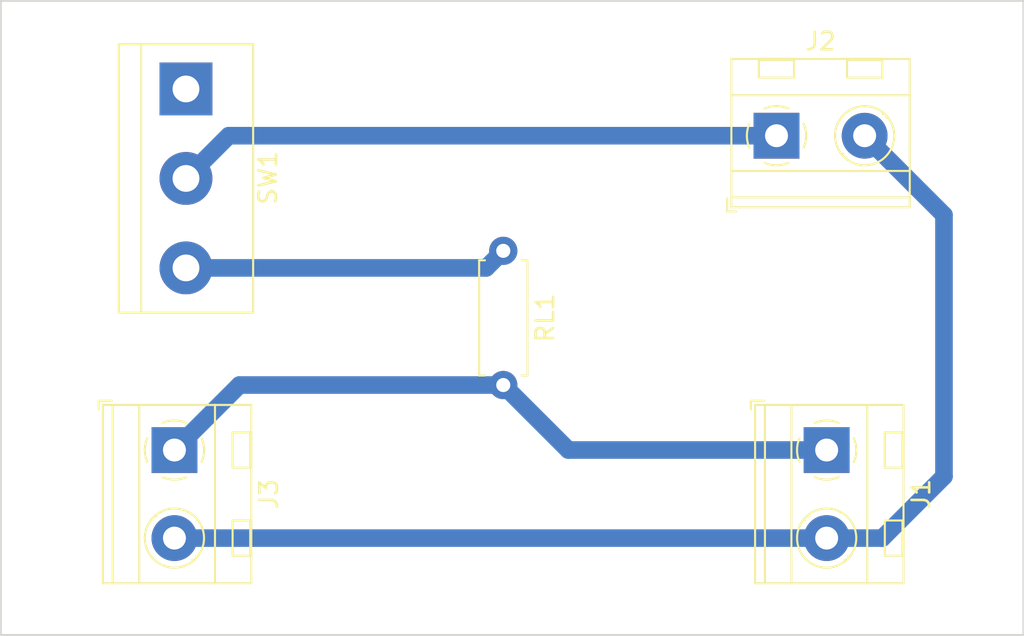
<source format=kicad_pcb>
(kicad_pcb (version 20240108) (generator "pcbnew") (generator_version "8.0")
  (layers (0 "F.Cu" signal) (31 "B.Cu" signal) (34 "B.Paste" user) (35 "F.Paste" user) (36 "B.SilkS" user "B.Silkscreen") (37 "F.SilkS" user "F.Silkscreen") (38 "B.Mask" user) (39 "F.Mask" user) (44 "Edge.Cuts" user))
  (net 0 "")
  (net 1 "GND")
  (net 2 "Net-(SW1-A)")
  (net 3 "Net-(J1-Pin_1)")
  (net 4 "VCC")
  (footprint "TerminalBlock_MetzConnect:TerminalBlock_MetzConnect_Type094_RT03502HBLU_1x02_P5.00mm_Horizontal" (layer "F.Cu") (at 96.845 49.5 -90)
    (property "Reference" "J1" (at 2.5 -5.36 90) (layer "F.SilkS"))
    (property "Value" "OUT_LED2")
    (fp_line (start -2.8 4.3) (end -2.3 4.3) (stroke (width 0.12)) (layer "F.SilkS"))
    (fp_line (start -2.56 4.06) (end 7.56 4.06) (stroke (width 0.12)) (layer "F.SilkS"))
    (fp_line (start -2.8 3.56) (end -2.8 4.3) (stroke (width 0.12)) (layer "F.SilkS"))
    (fp_line (start -2.56 3.5) (end 7.56 3.5) (stroke (width 0.12)) (layer "F.SilkS"))
    (fp_line (start -2.56 2) (end 7.56 2) (stroke (width 0.12)) (layer "F.SilkS"))
    (fp_line (start 3.966 1.239) (end 3.931 1.274) (stroke (width 0.12)) (layer "F.SilkS"))
    (fp_line (start 3.773 1.023) (end 3.726 1.069) (stroke (width 0.12)) (layer "F.SilkS"))
    (fp_line (start 6.275 -1.069) (end 6.228 -1.023) (stroke (width 0.12)) (layer "F.SilkS"))
    (fp_line (start 6.07 -1.275) (end 6.035 -1.239) (stroke (width 0.12)) (layer "F.SilkS"))
    (fp_line (start -2.56 -2.301) (end 7.56 -2.301) (stroke (width 0.12)) (layer "F.SilkS"))
    (fp_line (start -1 -3.3) (end 1 -3.3) (stroke (width 0.12)) (layer "F.SilkS"))
    (fp_line (start 4 -3.3) (end 6 -3.3) (stroke (width 0.12)) (layer "F.SilkS"))
    (fp_line (start -1 -4.3) (end -1 -3.3) (stroke (width 0.12)) (layer "F.SilkS"))
    (fp_line (start -1 -4.3) (end 1 -4.3) (stroke (width 0.12)) (layer "F.SilkS"))
    (fp_line (start 1 -4.3) (end 1 -3.3) (stroke (width 0.12)) (layer "F.SilkS"))
    (fp_line (start 4 -4.3) (end 4 -3.3) (stroke (width 0.12)) (layer "F.SilkS"))
    (fp_line (start 4 -4.3) (end 6 -4.3) (stroke (width 0.12)) (layer "F.SilkS"))
    (fp_line (start 6 -4.3) (end 6 -3.3) (stroke (width 0.12)) (layer "F.SilkS"))
    (fp_line (start -2.56 -4.36) (end -2.56 4.06) (stroke (width 0.12)) (layer "F.SilkS"))
    (fp_line (start -2.56 -4.36) (end 7.56 -4.36) (stroke (width 0.12)) (layer "F.SilkS"))
    (fp_line (start 7.56 -4.36) (end 7.56 4.06) (stroke (width 0.12)) (layer "F.SilkS"))
    (fp_arc (start 0.028805 1.680253) (mid -0.335551 1.646659) (end -0.684 1.535) (stroke (width 0.12)) (layer "F.SilkS"))
    (fp_arc (start 0.683318 1.534756) (mid 0.349292 1.643288) (end 0 1.68) (stroke (width 0.12)) (layer "F.SilkS"))
    (fp_arc (start -1.535427 0.683042) (mid -1.680501 -0.000524) (end -1.535 -0.684) (stroke (width 0.12)) (layer "F.SilkS"))
    (fp_arc (start 1.535427 -0.683042) (mid 1.680501 0.000524) (end 1.535 0.684) (stroke (width 0.12)) (layer "F.SilkS"))
    (fp_arc (start -0.683042 -1.535427) (mid 0.000524 -1.680501) (end 0.684 -1.535) (stroke (width 0.12)) (layer "F.SilkS"))
    (fp_circle (center 5 0) (end 6.68 0) (stroke (width 0.12)) (fill none) (layer "F.SilkS"))
    (pad "1" thru_hole rect (at 0 0 270) (size 2.6 2.6) (drill 1.3) (layers "*.Cu" "*.Mask" "In1.Cu" "In2.Cu" "In3.Cu" "In4.Cu" "In5.Cu" "In6.Cu" "In7.Cu" "In8.Cu" "In9.Cu" "In10.Cu" "In11.Cu" "In12.Cu" "In13.Cu" "In14.Cu" "In15.Cu" "In16.Cu" "In17.Cu" "In18.Cu" "In19.Cu" "In20.Cu" "In21.Cu" "In22.Cu" "In23.Cu" "In24.Cu" "In25.Cu" "In26.Cu" "In27.Cu" "In28.Cu" "In29.Cu" "In30.Cu") (net 3 "Net-(J1-Pin_1)"))
    (pad "2" thru_hole circle (at 5 0 270) (size 2.6 2.6) (drill 1.3) (layers "*.Cu" "*.Mask" "In1.Cu" "In2.Cu" "In3.Cu" "In4.Cu" "In5.Cu" "In6.Cu" "In7.Cu" "In8.Cu" "In9.Cu" "In10.Cu" "In11.Cu" "In12.Cu" "In13.Cu" "In14.Cu" "In15.Cu" "In16.Cu" "In17.Cu" "In18.Cu" "In19.Cu" "In20.Cu" "In21.Cu" "In22.Cu" "In23.Cu" "In24.Cu" "In25.Cu" "In26.Cu" "In27.Cu" "In28.Cu" "In29.Cu" "In30.Cu") (net 1 "GND"))
  )
  (footprint "Resistor_THT:R_Axial_DIN0207_L6.3mm_D2.5mm_P7.62mm_Horizontal" (layer "F.Cu") (at 78.5 38.19 -90)
    (property "Reference" "RL1" (at 3.81 -2.37 90) (layer "F.SilkS"))
    (property "Value" "100")
    (fp_line (start 0.54 1.37) (end 7.08 1.37) (stroke (width 0.12)) (layer "F.SilkS"))
    (fp_line (start 7.08 1.37) (end 7.08 1.04) (stroke (width 0.12)) (layer "F.SilkS"))
    (fp_line (start 0.54 1.04) (end 0.54 1.37) (stroke (width 0.12)) (layer "F.SilkS"))
    (fp_line (start 0.54 -1.04) (end 0.54 -1.37) (stroke (width 0.12)) (layer "F.SilkS"))
    (fp_line (start 0.54 -1.37) (end 7.08 -1.37) (stroke (width 0.12)) (layer "F.SilkS"))
    (fp_line (start 7.08 -1.37) (end 7.08 -1.04) (stroke (width 0.12)) (layer "F.SilkS"))
    (pad "1" thru_hole circle (at 0 0 270) (size 1.6 1.6) (drill 0.8) (layers "*.Cu" "*.Mask" "In1.Cu" "In2.Cu" "In3.Cu" "In4.Cu" "In5.Cu" "In6.Cu" "In7.Cu" "In8.Cu" "In9.Cu" "In10.Cu" "In11.Cu" "In12.Cu" "In13.Cu" "In14.Cu" "In15.Cu" "In16.Cu" "In17.Cu" "In18.Cu" "In19.Cu" "In20.Cu" "In21.Cu" "In22.Cu" "In23.Cu" "In24.Cu" "In25.Cu" "In26.Cu" "In27.Cu" "In28.Cu" "In29.Cu" "In30.Cu") (net 2 "Net-(SW1-A)"))
    (pad "2" thru_hole oval (at 7.62 0 270) (size 1.6 1.6) (drill 0.8) (layers "*.Cu" "*.Mask" "In1.Cu" "In2.Cu" "In3.Cu" "In4.Cu" "In5.Cu" "In6.Cu" "In7.Cu" "In8.Cu" "In9.Cu" "In10.Cu" "In11.Cu" "In12.Cu" "In13.Cu" "In14.Cu" "In15.Cu" "In16.Cu" "In17.Cu" "In18.Cu" "In19.Cu" "In20.Cu" "In21.Cu" "In22.Cu" "In23.Cu" "In24.Cu" "In25.Cu" "In26.Cu" "In27.Cu" "In28.Cu" "In29.Cu" "In30.Cu") (net 3 "Net-(J1-Pin_1)"))
  )
  (footprint "TerminalBlock_MetzConnect:TerminalBlock_MetzConnect_Type094_RT03502HBLU_1x02_P5.00mm_Horizontal" (layer "F.Cu") (at 59.845 49.5 -90)
    (property "Reference" "J3" (at 2.5 -5.36 90) (layer "F.SilkS"))
    (property "Value" "OUT_LED1")
    (fp_line (start -2.8 4.3) (end -2.3 4.3) (stroke (width 0.12)) (layer "F.SilkS"))
    (fp_line (start -2.56 4.06) (end 7.56 4.06) (stroke (width 0.12)) (layer "F.SilkS"))
    (fp_line (start -2.8 3.56) (end -2.8 4.3) (stroke (width 0.12)) (layer "F.SilkS"))
    (fp_line (start -2.56 3.5) (end 7.56 3.5) (stroke (width 0.12)) (layer "F.SilkS"))
    (fp_line (start -2.56 2) (end 7.56 2) (stroke (width 0.12)) (layer "F.SilkS"))
    (fp_line (start 3.966 1.239) (end 3.931 1.274) (stroke (width 0.12)) (layer "F.SilkS"))
    (fp_line (start 3.773 1.023) (end 3.726 1.069) (stroke (width 0.12)) (layer "F.SilkS"))
    (fp_line (start 6.275 -1.069) (end 6.228 -1.023) (stroke (width 0.12)) (layer "F.SilkS"))
    (fp_line (start 6.07 -1.275) (end 6.035 -1.239) (stroke (width 0.12)) (layer "F.SilkS"))
    (fp_line (start -2.56 -2.301) (end 7.56 -2.301) (stroke (width 0.12)) (layer "F.SilkS"))
    (fp_line (start -1 -3.3) (end 1 -3.3) (stroke (width 0.12)) (layer "F.SilkS"))
    (fp_line (start 4 -3.3) (end 6 -3.3) (stroke (width 0.12)) (layer "F.SilkS"))
    (fp_line (start -1 -4.3) (end -1 -3.3) (stroke (width 0.12)) (layer "F.SilkS"))
    (fp_line (start -1 -4.3) (end 1 -4.3) (stroke (width 0.12)) (layer "F.SilkS"))
    (fp_line (start 1 -4.3) (end 1 -3.3) (stroke (width 0.12)) (layer "F.SilkS"))
    (fp_line (start 4 -4.3) (end 4 -3.3) (stroke (width 0.12)) (layer "F.SilkS"))
    (fp_line (start 4 -4.3) (end 6 -4.3) (stroke (width 0.12)) (layer "F.SilkS"))
    (fp_line (start 6 -4.3) (end 6 -3.3) (stroke (width 0.12)) (layer "F.SilkS"))
    (fp_line (start -2.56 -4.36) (end -2.56 4.06) (stroke (width 0.12)) (layer "F.SilkS"))
    (fp_line (start -2.56 -4.36) (end 7.56 -4.36) (stroke (width 0.12)) (layer "F.SilkS"))
    (fp_line (start 7.56 -4.36) (end 7.56 4.06) (stroke (width 0.12)) (layer "F.SilkS"))
    (fp_arc (start 0.028805 1.680253) (mid -0.335551 1.646659) (end -0.684 1.535) (stroke (width 0.12)) (layer "F.SilkS"))
    (fp_arc (start 0.683318 1.534756) (mid 0.349292 1.643288) (end 0 1.68) (stroke (width 0.12)) (layer "F.SilkS"))
    (fp_arc (start -1.535427 0.683042) (mid -1.680501 -0.000524) (end -1.535 -0.684) (stroke (width 0.12)) (layer "F.SilkS"))
    (fp_arc (start 1.535427 -0.683042) (mid 1.680501 0.000524) (end 1.535 0.684) (stroke (width 0.12)) (layer "F.SilkS"))
    (fp_arc (start -0.683042 -1.535427) (mid 0.000524 -1.680501) (end 0.684 -1.535) (stroke (width 0.12)) (layer "F.SilkS"))
    (fp_circle (center 5 0) (end 6.68 0) (stroke (width 0.12)) (fill none) (layer "F.SilkS"))
    (pad "1" thru_hole rect (at 0 0 270) (size 2.6 2.6) (drill 1.3) (layers "*.Cu" "*.Mask" "In1.Cu" "In2.Cu" "In3.Cu" "In4.Cu" "In5.Cu" "In6.Cu" "In7.Cu" "In8.Cu" "In9.Cu" "In10.Cu" "In11.Cu" "In12.Cu" "In13.Cu" "In14.Cu" "In15.Cu" "In16.Cu" "In17.Cu" "In18.Cu" "In19.Cu" "In20.Cu" "In21.Cu" "In22.Cu" "In23.Cu" "In24.Cu" "In25.Cu" "In26.Cu" "In27.Cu" "In28.Cu" "In29.Cu" "In30.Cu") (net 3 "Net-(J1-Pin_1)"))
    (pad "2" thru_hole circle (at 5 0 270) (size 2.6 2.6) (drill 1.3) (layers "*.Cu" "*.Mask" "In1.Cu" "In2.Cu" "In3.Cu" "In4.Cu" "In5.Cu" "In6.Cu" "In7.Cu" "In8.Cu" "In9.Cu" "In10.Cu" "In11.Cu" "In12.Cu" "In13.Cu" "In14.Cu" "In15.Cu" "In16.Cu" "In17.Cu" "In18.Cu" "In19.Cu" "In20.Cu" "In21.Cu" "In22.Cu" "In23.Cu" "In24.Cu" "In25.Cu" "In26.Cu" "In27.Cu" "In28.Cu" "In29.Cu" "In30.Cu") (net 1 "GND"))
  )
  (footprint "TerminalBlock:TerminalBlock_bornier-3_P5.08mm" (layer "F.Cu") (at 60.5 29 -90)
    (property "Reference" "SW1" (at 5.05 -4.65 90) (layer "F.SilkS"))
    (property "Value" "SW_SWITCH")
    (fp_line (start -2.54 3.81) (end 12.7 3.81) (stroke (width 0.12)) (layer "F.SilkS"))
    (fp_line (start -2.54 3.81) (end -2.54 -3.81) (stroke (width 0.12)) (layer "F.SilkS"))
    (fp_line (start 12.7 3.81) (end 12.7 -3.81) (stroke (width 0.12)) (layer "F.SilkS"))
    (fp_line (start -2.54 2.54) (end 12.7 2.54) (stroke (width 0.12)) (layer "F.SilkS"))
    (fp_line (start -2.54 -3.81) (end 12.7 -3.81) (stroke (width 0.12)) (layer "F.SilkS"))
    (pad "1" thru_hole rect (at 0 0 270) (size 3 3) (drill 1.52) (layers "*.Cu" "*.Mask" "In1.Cu" "In2.Cu" "In3.Cu" "In4.Cu" "In5.Cu" "In6.Cu" "In7.Cu" "In8.Cu" "In9.Cu" "In10.Cu" "In11.Cu" "In12.Cu" "In13.Cu" "In14.Cu" "In15.Cu" "In16.Cu" "In17.Cu" "In18.Cu" "In19.Cu" "In20.Cu" "In21.Cu" "In22.Cu" "In23.Cu" "In24.Cu" "In25.Cu" "In26.Cu" "In27.Cu" "In28.Cu" "In29.Cu" "In30.Cu"))
    (pad "2" thru_hole circle (at 5.08 0 270) (size 3 3) (drill 1.52) (layers "*.Cu" "*.Mask" "In1.Cu" "In2.Cu" "In3.Cu" "In4.Cu" "In5.Cu" "In6.Cu" "In7.Cu" "In8.Cu" "In9.Cu" "In10.Cu" "In11.Cu" "In12.Cu" "In13.Cu" "In14.Cu" "In15.Cu" "In16.Cu" "In17.Cu" "In18.Cu" "In19.Cu" "In20.Cu" "In21.Cu" "In22.Cu" "In23.Cu" "In24.Cu" "In25.Cu" "In26.Cu" "In27.Cu" "In28.Cu" "In29.Cu" "In30.Cu") (net 4 "VCC"))
    (pad "3" thru_hole circle (at 10.16 0 270) (size 3 3) (drill 1.52) (layers "*.Cu" "*.Mask" "In1.Cu" "In2.Cu" "In3.Cu" "In4.Cu" "In5.Cu" "In6.Cu" "In7.Cu" "In8.Cu" "In9.Cu" "In10.Cu" "In11.Cu" "In12.Cu" "In13.Cu" "In14.Cu" "In15.Cu" "In16.Cu" "In17.Cu" "In18.Cu" "In19.Cu" "In20.Cu" "In21.Cu" "In22.Cu" "In23.Cu" "In24.Cu" "In25.Cu" "In26.Cu" "In27.Cu" "In28.Cu" "In29.Cu" "In30.Cu") (net 2 "Net-(SW1-A)"))
  )
  (footprint "TerminalBlock_MetzConnect:TerminalBlock_MetzConnect_Type094_RT03502HBLU_1x02_P5.00mm_Horizontal" (layer "F.Cu") (at 94 31.655)
    (property "Reference" "J2" (at 2.5 -5.36 0) (layer "F.SilkS"))
    (property "Value" "SOURCE")
    (fp_line (start -2.8 3.56) (end -2.8 4.3) (stroke (width 0.12)) (layer "F.SilkS"))
    (fp_line (start -2.8 4.3) (end -2.3 4.3) (stroke (width 0.12)) (layer "F.SilkS"))
    (fp_line (start -2.56 -4.36) (end -2.56 4.06) (stroke (width 0.12)) (layer "F.SilkS"))
    (fp_line (start -2.56 -4.36) (end 7.56 -4.36) (stroke (width 0.12)) (layer "F.SilkS"))
    (fp_line (start -2.56 -2.301) (end 7.56 -2.301) (stroke (width 0.12)) (layer "F.SilkS"))
    (fp_line (start -2.56 2) (end 7.56 2) (stroke (width 0.12)) (layer "F.SilkS"))
    (fp_line (start -2.56 3.5) (end 7.56 3.5) (stroke (width 0.12)) (layer "F.SilkS"))
    (fp_line (start -2.56 4.06) (end 7.56 4.06) (stroke (width 0.12)) (layer "F.SilkS"))
    (fp_line (start -1 -4.3) (end -1 -3.3) (stroke (width 0.12)) (layer "F.SilkS"))
    (fp_line (start -1 -4.3) (end 1 -4.3) (stroke (width 0.12)) (layer "F.SilkS"))
    (fp_line (start -1 -3.3) (end 1 -3.3) (stroke (width 0.12)) (layer "F.SilkS"))
    (fp_line (start 1 -4.3) (end 1 -3.3) (stroke (width 0.12)) (layer "F.SilkS"))
    (fp_line (start 3.773 1.023) (end 3.726 1.069) (stroke (width 0.12)) (layer "F.SilkS"))
    (fp_line (start 3.966 1.239) (end 3.931 1.274) (stroke (width 0.12)) (layer "F.SilkS"))
    (fp_line (start 4 -4.3) (end 4 -3.3) (stroke (width 0.12)) (layer "F.SilkS"))
    (fp_line (start 4 -4.3) (end 6 -4.3) (stroke (width 0.12)) (layer "F.SilkS"))
    (fp_line (start 4 -3.3) (end 6 -3.3) (stroke (width 0.12)) (layer "F.SilkS"))
    (fp_line (start 6 -4.3) (end 6 -3.3) (stroke (width 0.12)) (layer "F.SilkS"))
    (fp_line (start 6.07 -1.275) (end 6.035 -1.239) (stroke (width 0.12)) (layer "F.SilkS"))
    (fp_line (start 6.275 -1.069) (end 6.228 -1.023) (stroke (width 0.12)) (layer "F.SilkS"))
    (fp_line (start 7.56 -4.36) (end 7.56 4.06) (stroke (width 0.12)) (layer "F.SilkS"))
    (fp_arc (start -1.535427 0.683042) (mid -1.680501 -0.000524) (end -1.535 -0.684) (stroke (width 0.12)) (layer "F.SilkS"))
    (fp_arc (start -0.683042 -1.535427) (mid 0.000524 -1.680501) (end 0.684 -1.535) (stroke (width 0.12)) (layer "F.SilkS"))
    (fp_arc (start 0.028805 1.680253) (mid -0.335551 1.646659) (end -0.684 1.535) (stroke (width 0.12)) (layer "F.SilkS"))
    (fp_arc (start 0.683318 1.534756) (mid 0.349292 1.643288) (end 0 1.68) (stroke (width 0.12)) (layer "F.SilkS"))
    (fp_arc (start 1.535427 -0.683042) (mid 1.680501 0.000524) (end 1.535 0.684) (stroke (width 0.12)) (layer "F.SilkS"))
    (fp_circle (center 5 0) (end 6.68 0) (stroke (width 0.12)) (fill none) (layer "F.SilkS"))
    (pad "1" thru_hole rect (at 0 0) (size 2.6 2.6) (drill 1.3) (layers "*.Cu" "*.Mask" "In1.Cu" "In2.Cu" "In3.Cu" "In4.Cu" "In5.Cu" "In6.Cu" "In7.Cu" "In8.Cu" "In9.Cu" "In10.Cu" "In11.Cu" "In12.Cu" "In13.Cu" "In14.Cu" "In15.Cu" "In16.Cu" "In17.Cu" "In18.Cu" "In19.Cu" "In20.Cu" "In21.Cu" "In22.Cu" "In23.Cu" "In24.Cu" "In25.Cu" "In26.Cu" "In27.Cu" "In28.Cu" "In29.Cu" "In30.Cu") (net 4 "VCC"))
    (pad "2" thru_hole circle (at 5 0) (size 2.6 2.6) (drill 1.3) (layers "*.Cu" "*.Mask" "In1.Cu" "In2.Cu" "In3.Cu" "In4.Cu" "In5.Cu" "In6.Cu" "In7.Cu" "In8.Cu" "In9.Cu" "In10.Cu" "In11.Cu" "In12.Cu" "In13.Cu" "In14.Cu" "In15.Cu" "In16.Cu" "In17.Cu" "In18.Cu" "In19.Cu" "In20.Cu" "In21.Cu" "In22.Cu" "In23.Cu" "In24.Cu" "In25.Cu" "In26.Cu" "In27.Cu" "In28.Cu" "In29.Cu" "In30.Cu") (net 1 "GND"))
  )
  (gr_rect (start 50 24) (end 108 60) (stroke (width 0.1)) (fill none) (layer "Edge.Cuts"))
  (segment (start 96.845 54.5) (end 100 54.5) (width 1) (layer "B.Cu") (net 1))
  (segment (start 59.845 54.5) (end 96.845 54.5) (width 1) (layer "B.Cu") (net 1))
  (segment (start 103.5 36.155) (end 99 31.655) (width 1) (layer "B.Cu") (net 1))
  (segment (start 100 54.5) (end 103.5 51) (width 1) (layer "B.Cu") (net 1))
  (segment (start 103.5 51) (end 103.5 36.155) (width 1) (layer "B.Cu") (net 1))
  (segment (start 60.5 39.16) (end 77.53 39.16) (width 1) (layer "B.Cu") (net 2))
  (segment (start 77.53 39.16) (end 78.5 38.19) (width 1) (layer "B.Cu") (net 2))
  (segment (start 96.845 49.5) (end 82.19 49.5) (width 1) (layer "B.Cu") (net 3))
  (segment (start 82.19 49.5) (end 78.5 45.81) (width 1) (layer "B.Cu") (net 3))
  (segment (start 78.5 45.81) (end 63.535 45.81) (width 1) (layer "B.Cu") (net 3))
  (segment (start 63.535 45.81) (end 59.845 49.5) (width 1) (layer "B.Cu") (net 3))
  (segment (start 94 31.655) (end 62.925 31.655) (width 1) (layer "B.Cu") (net 4))
  (segment (start 62.925 31.655) (end 60.5 34.08) (width 1) (layer "B.Cu") (net 4))
)
</source>
